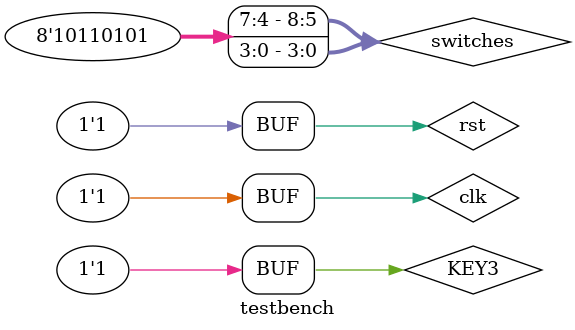
<source format=v>
`timescale 1 ns/1 ps
module testbench();
	reg clk, rst, KEY1, KEY2, KEY3, KEY0;
	reg[17:0] switches;
	wire [6:0] HEX0, HEX1, HEX2, HEX3, HEX4, HEX5, HEX6, HEX7, accessFlagLED;

	top a(clk, KEY0, KEY1, KEY2, KEY3,
	switches,
	 HEX0, HEX1, HEX2, HEX3, HEX4, HEX5, HEX6, HEX7,
	KEY0LED, KEY1LED, KEY2LED, KEY3LED, gameOverFlagLED, accessFlagLED, buttonStuckLED, setTimeFlagLED, enableUserIDinputLED, enablePassInputLED, enableSetLevelLED,
	DAC_clk, VGA_R, VGA_G, VGA_B, VGA_hSync, VGA_vSync, blank_n);

	always begin
	clk <= 0;
	#10;
	clk <= 1;
	#10;
	end

	initial begin
	rst = 0;
	#20
	rst = 1;
	#5
	switches[8:5] = 4'b1011;
	#25
	KEY3 = 0;
	#60
	KEY3 = 1;
	#150
	switches[3:0] = 4'b0000;
	#95
	KEY3 = 0;
	#90
	KEY3 = 1;
	switches[3:0] = 4'b0101;
	#95
	KEY3 = 0;
	#90
	KEY3 = 1;
	switches[3:0] = 4'b0101;
	#95
	KEY3 = 0;
	#90
	KEY3 = 1;
	switches[3:0] = 4'b00101;
	#95
	KEY3 = 0;
	#690
	KEY3 = 1;
	#100
	KEY3 = 0;
	#50 KEY3 = 1;
	end
endmodule

</source>
